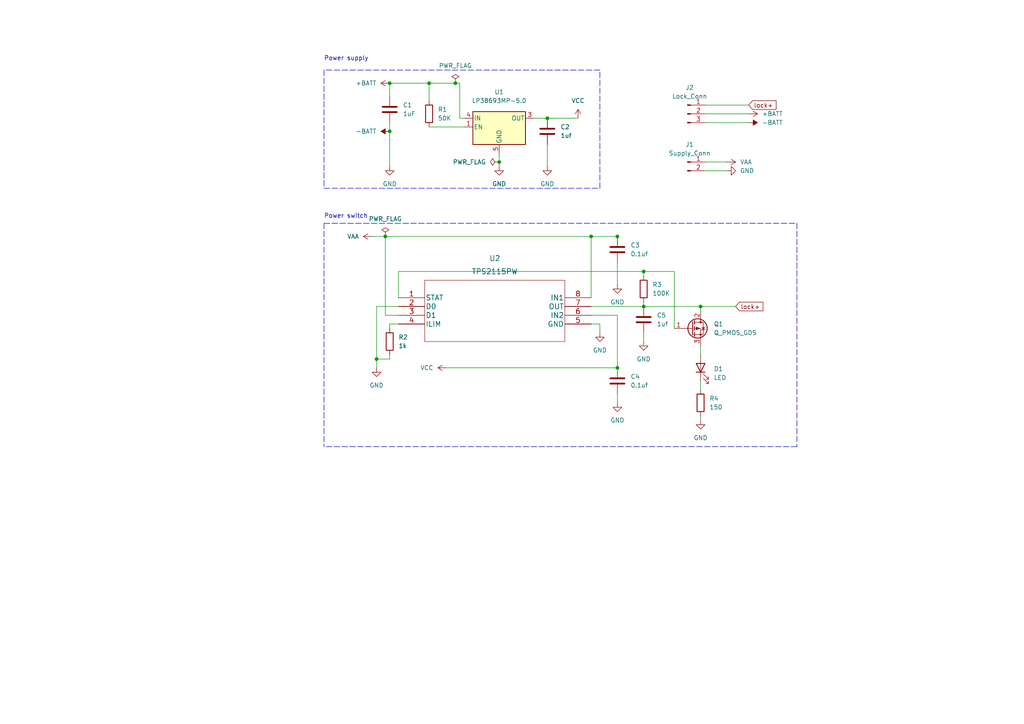
<source format=kicad_sch>
(kicad_sch (version 20211123) (generator eeschema)
  (paper "A4")
  (lib_symbols
    (symbol "Connector:Conn_01x02_Male" (pin_names (offset 1.016) hide)
      (property "Reference" "J" (at 0 2.54 0))
      (property "Value" "Conn_01x02_Male" (at 0 -5.08 0))
      (symbol "Conn_01x02_Male_1_1"
        (polyline (pts (xy 1.27 -2.54) (xy 0.8636 -2.54)) (stroke (width 0.1524)))
        (polyline (pts (xy 1.27 0) (xy 0.8636 0)) (stroke (width 0.1524)))
        (rectangle (start 0.8636 -2.413) (end 0 -2.667) (stroke (width 0.1524)) (fill (type outline)))
        (rectangle (start 0.8636 0.127) (end 0 -0.127) (stroke (width 0.1524)) (fill (type outline)))
        (pin passive line (at 5.08 0 180) (length 3.81) (name "Pin_1") (number "1"))
        (pin passive line (at 5.08 -2.54 180) (length 3.81) (name "Pin_2") (number "2"))
      )
    )
    (symbol "Connector:Conn_01x03_Male" (pin_names (offset 1.016) hide)
      (property "Reference" "J" (at 0 5.08 0))
      (property "Value" "Conn_01x03_Male" (at 0 -5.08 0))
      (symbol "Conn_01x03_Male_1_1"
        (polyline (pts (xy 1.27 -2.54) (xy 0.8636 -2.54)) (stroke (width 0.1524)))
        (polyline (pts (xy 1.27 0) (xy 0.8636 0)) (stroke (width 0.1524)))
        (polyline (pts (xy 1.27 2.54) (xy 0.8636 2.54)) (stroke (width 0.1524)))
        (rectangle (start 0.8636 -2.413) (end 0 -2.667) (stroke (width 0.1524)) (fill (type outline)))
        (rectangle (start 0.8636 0.127) (end 0 -0.127) (stroke (width 0.1524)) (fill (type outline)))
        (rectangle (start 0.8636 2.667) (end 0 2.413) (stroke (width 0.1524)) (fill (type outline)))
        (pin passive line (at 5.08 2.54 180) (length 3.81) (name "Pin_1") (number "1"))
        (pin passive line (at 5.08 0 180) (length 3.81) (name "Pin_2") (number "2"))
        (pin passive line (at 5.08 -2.54 180) (length 3.81) (name "Pin_3") (number "3"))
      )
    )
    (symbol "Device:C" (pin_numbers hide) (pin_names (offset 0.254))
      (property "Reference" "C" (at 0.635 2.54 0))
      (property "Value" "C" (at 0.635 -2.54 0))
      (symbol "C_0_1"
        (polyline (pts (xy -2.032 -0.762) (xy 2.032 -0.762)) (stroke (width 0.508)))
        (polyline (pts (xy -2.032 0.762) (xy 2.032 0.762)) (stroke (width 0.508)))
      )
      (symbol "C_1_1"
        (pin passive line (at 0 3.81 270) (length 2.794) (name "~") (number "1"))
        (pin passive line (at 0 -3.81 90) (length 2.794) (name "~") (number "2"))
      )
    )
    (symbol "Device:LED" (pin_numbers hide) (pin_names (offset 1.016) hide)
      (property "Reference" "D" (at 0 2.54 0))
      (property "Value" "LED" (at 0 -2.54 0))
      (symbol "LED_0_1"
        (polyline (pts (xy -1.27 -1.27) (xy -1.27 1.27)) (stroke (width 0.254)))
        (polyline (pts (xy -1.27 0) (xy 1.27 0)))
        (polyline (pts (xy 1.27 -1.27) (xy 1.27 1.27) (xy -1.27 0) (xy 1.27 -1.27)) (stroke (width 0.254)))
        (polyline (pts (xy -3.048 -0.762) (xy -4.572 -2.286) (xy -3.81 -2.286) (xy -4.572 -2.286) (xy -4.572 -1.524)))
        (polyline (pts (xy -1.778 -0.762) (xy -3.302 -2.286) (xy -2.54 -2.286) (xy -3.302 -2.286) (xy -3.302 -1.524)))
      )
      (symbol "LED_1_1"
        (pin passive line (at -3.81 0 0) (length 2.54) (name "K") (number "1"))
        (pin passive line (at 3.81 0 180) (length 2.54) (name "A") (number "2"))
      )
    )
    (symbol "Device:Q_PMOS_GDS" (pin_names (offset 0) hide)
      (property "Reference" "Q" (at 5.08 1.27 0))
      (property "Value" "Q_PMOS_GDS" (at 5.08 -1.27 0))
      (symbol "Q_PMOS_GDS_0_1"
        (polyline (pts (xy 0.254 0) (xy -2.54 0)))
        (polyline (pts (xy 0.254 1.905) (xy 0.254 -1.905)) (stroke (width 0.254)))
        (polyline (pts (xy 0.762 -1.27) (xy 0.762 -2.286)) (stroke (width 0.254)))
        (polyline (pts (xy 0.762 0.508) (xy 0.762 -0.508)) (stroke (width 0.254)))
        (polyline (pts (xy 0.762 2.286) (xy 0.762 1.27)) (stroke (width 0.254)))
        (polyline (pts (xy 2.54 2.54) (xy 2.54 1.778)))
        (polyline (pts (xy 2.54 -2.54) (xy 2.54 0) (xy 0.762 0)))
        (polyline (pts (xy 0.762 1.778) (xy 3.302 1.778) (xy 3.302 -1.778) (xy 0.762 -1.778)))
        (polyline (pts (xy 2.286 0) (xy 1.27 0.381) (xy 1.27 -0.381) (xy 2.286 0)) (fill (type outline)))
        (polyline (pts (xy 2.794 -0.508) (xy 2.921 -0.381) (xy 3.683 -0.381) (xy 3.81 -0.254)))
        (polyline (pts (xy 3.302 -0.381) (xy 2.921 0.254) (xy 3.683 0.254) (xy 3.302 -0.381)))
        (circle (center 1.651 0) (radius 2.794) (stroke (width 0.254)))
        (circle (center 2.54 -1.778) (radius 0.254) (fill (type outline)))
        (circle (center 2.54 1.778) (radius 0.254) (fill (type outline)))
      )
      (symbol "Q_PMOS_GDS_1_1"
        (pin input line (at -5.08 0 0) (length 2.54) (name "G") (number "1"))
        (pin passive line (at 2.54 5.08 270) (length 2.54) (name "D") (number "2"))
        (pin passive line (at 2.54 -5.08 90) (length 2.54) (name "S") (number "3"))
      )
    )
    (symbol "Device:R" (pin_numbers hide) (pin_names (offset 0))
      (property "Reference" "R" (at 2.032 0 90))
      (property "Value" "R" (at 0 0 90))
      (symbol "R_0_1"
        (rectangle (start -1.016 -2.54) (end 1.016 2.54) (stroke (width 0.254)))
      )
      (symbol "R_1_1"
        (pin passive line (at 0 3.81 270) (length 1.27) (name "~") (number "1"))
        (pin passive line (at 0 -3.81 90) (length 1.27) (name "~") (number "2"))
      )
    )
    (symbol "Regulator_Linear:LP38693MP-5.0" (pin_names (offset 0.254))
      (property "Reference" "U" (at -6.35 5.715 0))
      (property "Value" "LP38693MP-5.0" (at 0 5.715 0))
      (symbol "LP38693MP-5.0_0_1"
        (rectangle (start -7.62 -5.08) (end 7.62 4.445) (stroke (width 0.254)) (fill (type background)))
      )
      (symbol "LP38693MP-5.0_1_1"
        (pin input line (at -10.16 0 0) (length 2.54) (name "EN") (number "1"))
        (pin no_connect line (at 7.62 0 180) (length 2.54) hide (name "NC") (number "2"))
        (pin power_out line (at 10.16 2.54 180) (length 2.54) (name "OUT") (number "3"))
        (pin power_in line (at -10.16 2.54 0) (length 2.54) (name "IN") (number "4"))
        (pin power_in line (at 0 -7.62 90) (length 2.54) (name "GND") (number "5"))
      )
    )
    (symbol "TPS2115:TPS2115PW" (pin_names (offset 0.254))
      (property "Reference" "U" (at 27.94 10.16 0))
      (property "Value" "TPS2115PW" (at 27.94 7.62 0))
      (symbol "TPS2115PW_1_1"
        (polyline (pts (xy 7.62 -12.7) (xy 48.26 -12.7)) (stroke (width 0.127)))
        (polyline (pts (xy 7.62 5.08) (xy 7.62 -12.7)) (stroke (width 0.127)))
        (polyline (pts (xy 48.26 -12.7) (xy 48.26 5.08)) (stroke (width 0.127)))
        (polyline (pts (xy 48.26 5.08) (xy 7.62 5.08)) (stroke (width 0.127)))
        (pin output line (at 0 0 0) (length 7.62) (name "STAT") (number "1"))
        (pin input line (at 0 -2.54 0) (length 7.62) (name "D0") (number "2"))
        (pin input line (at 0 -5.08 0) (length 7.62) (name "D1") (number "3"))
        (pin input line (at 0 -7.62 0) (length 7.62) (name "ILIM") (number "4"))
        (pin power_in line (at 55.88 -7.62 180) (length 7.62) (name "GND") (number "5"))
        (pin input line (at 55.88 -5.08 180) (length 7.62) (name "IN2") (number "6"))
        (pin output line (at 55.88 -2.54 180) (length 7.62) (name "OUT") (number "7"))
        (pin input line (at 55.88 0 180) (length 7.62) (name "IN1") (number "8"))
      )
    )
    (symbol "power:+BATT" (power) (pin_names (offset 0))
      (property "Value" "+BATT" (at 0 3.556 0))
      (symbol "+BATT_0_1"
        (polyline (pts (xy -0.762 1.27) (xy 0 2.54)))
        (polyline (pts (xy 0 0) (xy 0 2.54)))
        (polyline (pts (xy 0 2.54) (xy 0.762 1.27)))
      )
      (symbol "+BATT_1_1"
        (pin power_in line (at 0 0 90) (length 0) hide (name "+BATT") (number "1"))
      )
    )
    (symbol "power:-BATT" (power) (pin_names (offset 0))
      (property "Value" "-BATT" (at 0 3.556 0))
      (symbol "-BATT_0_1"
        (polyline (pts (xy 0 0) (xy 0 2.54)))
        (polyline (pts (xy 0.762 1.27) (xy -0.762 1.27) (xy 0 2.54) (xy 0.762 1.27)) (fill (type outline)))
      )
      (symbol "-BATT_1_1"
        (pin power_in line (at 0 0 90) (length 0) hide (name "-BATT") (number "1"))
      )
    )
    (symbol "power:GND" (power) (pin_names (offset 0))
      (property "Value" "GND" (at 0 -3.81 0))
      (symbol "GND_0_1"
        (polyline (pts (xy 0 0) (xy 0 -1.27) (xy 1.27 -1.27) (xy 0 -2.54) (xy -1.27 -1.27) (xy 0 -1.27)))
      )
      (symbol "GND_1_1"
        (pin power_in line (at 0 0 270) (length 0) hide (name "GND") (number "1"))
      )
    )
    (symbol "power:PWR_FLAG" (power) (pin_numbers hide) (pin_names (offset 0) hide)
      (property "Value" "PWR_FLAG" (at 0 3.81 0))
      (symbol "PWR_FLAG_0_0"
        (pin power_out line (at 0 0 90) (length 0) (name "pwr") (number "1"))
      )
      (symbol "PWR_FLAG_0_1"
        (polyline (pts (xy 0 0) (xy 0 1.27) (xy -1.016 1.905) (xy 0 2.54) (xy 1.016 1.905) (xy 0 1.27)))
      )
    )
    (symbol "power:VAA" (power) (pin_names (offset 0))
      (property "Value" "VAA" (at 0 3.81 0))
      (symbol "VAA_0_1"
        (polyline (pts (xy -0.762 1.27) (xy 0 2.54)))
        (polyline (pts (xy 0 0) (xy 0 2.54)))
        (polyline (pts (xy 0 2.54) (xy 0.762 1.27)))
      )
      (symbol "VAA_1_1"
        (pin power_in line (at 0 0 90) (length 0) hide (name "VAA") (number "1"))
      )
    )
    (symbol "power:VCC" (power) (pin_names (offset 0))
      (property "Value" "VCC" (at 0 3.81 0))
      (symbol "VCC_0_1"
        (polyline (pts (xy -0.762 1.27) (xy 0 2.54)))
        (polyline (pts (xy 0 0) (xy 0 2.54)))
        (polyline (pts (xy 0 2.54) (xy 0.762 1.27)))
      )
      (symbol "VCC_1_1"
        (pin power_in line (at 0 0 90) (length 0) hide (name "VCC") (number "1"))
      )
    )
  )
  (junction (at 144.78 46.99))
  (junction (at 109.22 104.14))
  (junction (at 186.69 88.9))
  (junction (at 179.07 68.58))
  (junction (at 113.03 38.1))
  (junction (at 132.08 24.13))
  (junction (at 124.46 24.13))
  (junction (at 111.76 68.58))
  (junction (at 203.2 88.9))
  (junction (at 179.07 106.68))
  (junction (at 186.69 78.74))
  (junction (at 113.03 24.13))
  (junction (at 171.45 68.58))
  (junction (at 158.75 34.29))
  (wire (pts (xy 203.2 120.65) (xy 203.2 121.92)))
  (wire (pts (xy 186.69 78.74) (xy 195.58 78.74)))
  (wire (pts (xy 203.2 88.9) (xy 203.2 90.17)))
  (wire (pts (xy 171.45 68.58) (xy 171.45 86.36)))
  (wire (pts (xy 144.78 46.99) (xy 144.78 48.26)))
  (wire (pts (xy 113.03 38.1) (xy 113.03 48.26)))
  (wire (pts (xy 132.08 24.13) (xy 124.46 24.13)))
  (wire (pts (xy 203.2 100.33) (xy 203.2 102.87)))
  (wire (pts (xy 154.94 34.29) (xy 158.75 34.29)))
  (wire (pts (xy 133.35 24.13) (xy 132.08 24.13)))
  (wire (pts (xy 113.03 104.14) (xy 109.22 104.14)))
  (wire (pts (xy 124.46 24.13) (xy 113.03 24.13)))
  (wire (pts (xy 109.22 104.14) (xy 109.22 106.68)))
  (wire (pts (xy 109.22 88.9) (xy 109.22 104.14)))
  (polyline (pts (xy 93.98 64.77) (xy 93.98 129.54)))
  (wire (pts (xy 134.62 34.29) (xy 133.35 34.29)))
  (wire (pts (xy 179.07 76.2) (xy 179.07 82.55)))
  (wire (pts (xy 204.47 46.99) (xy 210.82 46.99)))
  (wire (pts (xy 171.45 91.44) (xy 179.07 91.44)))
  (wire (pts (xy 179.07 91.44) (xy 179.07 106.68)))
  (wire (pts (xy 171.45 93.98) (xy 173.99 93.98)))
  (wire (pts (xy 115.57 78.74) (xy 186.69 78.74)))
  (wire (pts (xy 186.69 87.63) (xy 186.69 88.9)))
  (wire (pts (xy 179.07 71.12) (xy 179.07 68.58)))
  (wire (pts (xy 111.76 68.58) (xy 111.76 91.44)))
  (wire (pts (xy 115.57 93.98) (xy 113.03 93.98)))
  (wire (pts (xy 203.2 88.9) (xy 213.36 88.9)))
  (polyline (pts (xy 93.98 20.32) (xy 93.98 54.61)))
  (wire (pts (xy 124.46 24.13) (xy 124.46 29.21)))
  (wire (pts (xy 115.57 86.36) (xy 115.57 78.74)))
  (wire (pts (xy 115.57 88.9) (xy 109.22 88.9)))
  (wire (pts (xy 186.69 78.74) (xy 186.69 80.01)))
  (wire (pts (xy 111.76 68.58) (xy 171.45 68.58)))
  (wire (pts (xy 171.45 88.9) (xy 186.69 88.9)))
  (wire (pts (xy 113.03 102.87) (xy 113.03 104.14)))
  (wire (pts (xy 204.47 30.48) (xy 217.17 30.48)))
  (wire (pts (xy 195.58 78.74) (xy 195.58 95.25)))
  (wire (pts (xy 107.95 68.58) (xy 111.76 68.58)))
  (wire (pts (xy 129.54 106.68) (xy 179.07 106.68)))
  (wire (pts (xy 113.03 35.56) (xy 113.03 38.1)))
  (wire (pts (xy 204.47 35.56) (xy 217.17 35.56)))
  (polyline (pts (xy 93.98 64.77) (xy 231.14 64.77)))
  (wire (pts (xy 124.46 36.83) (xy 134.62 36.83)))
  (polyline (pts (xy 231.14 64.77) (xy 231.14 129.54)))
  (wire (pts (xy 203.2 110.49) (xy 203.2 113.03)))
  (wire (pts (xy 133.35 34.29) (xy 133.35 24.13)))
  (polyline (pts (xy 231.14 129.54) (xy 93.98 129.54)))
  (wire (pts (xy 171.45 68.58) (xy 179.07 68.58)))
  (wire (pts (xy 204.47 33.02) (xy 217.17 33.02)))
  (wire (pts (xy 179.07 114.3) (xy 179.07 116.84)))
  (wire (pts (xy 158.75 34.29) (xy 167.64 34.29)))
  (wire (pts (xy 173.99 93.98) (xy 173.99 96.52)))
  (wire (pts (xy 113.03 93.98) (xy 113.03 95.25)))
  (wire (pts (xy 186.69 88.9) (xy 203.2 88.9)))
  (polyline (pts (xy 173.99 54.61) (xy 173.99 20.32)))
  (wire (pts (xy 144.78 44.45) (xy 144.78 46.99)))
  (wire (pts (xy 186.69 96.52) (xy 186.69 99.06)))
  (wire (pts (xy 115.57 91.44) (xy 111.76 91.44)))
  (polyline (pts (xy 93.98 54.61) (xy 173.99 54.61)))
  (wire (pts (xy 204.47 49.53) (xy 210.82 49.53)))
  (wire (pts (xy 113.03 24.13) (xy 113.03 27.94)))
  (wire (pts (xy 158.75 41.91) (xy 158.75 48.26)))
  (polyline (pts (xy 173.99 20.32) (xy 93.98 20.32)))
  (text "Power switch" (at 93.98 63.5 0) (effects (font (size 1.27 1.27)) (justify left bottom)))
  (text "Power supply" (at 93.98 17.78 0) (effects (font (size 1.27 1.27)) (justify left bottom)))
  (global_label "lock+" (shape input) (at 213.36 88.9 0) (property "Intersheet References" "${INTERSHEET_REFS}" (effects hide)))
  (global_label "lock+" (shape input) (at 217.17 30.48 0) (property "Intersheet References" "${INTERSHEET_REFS}" (effects hide)))
  (symbol (lib_id "power:VCC") (at 129.54 106.68 90) (unit 1)
    (property "Reference" "#PWR0110" (effects hide))
    (property "Value" "VCC" (at 125.73 106.6799 90) (effects (justify left)))
  )
  (symbol (lib_id "power:+BATT") (at 113.03 24.13 90) (unit 1)
    (property "Reference" "#PWR01" (effects hide))
    (property "Value" "+BATT" (at 109.22 24.1299 90) (effects (justify left)))
  )
  (symbol (lib_id "power:PWR_FLAG") (at 132.08 24.13 0) (unit 1)
    (property "Reference" "#FLG0101" (effects hide))
    (property "Value" "PWR_FLAG" (at 132.08 19.05 0))
  )
  (symbol (lib_id "Device:C") (at 113.03 31.75 0) (unit 1)
    (property "Reference" "C1" (at 116.84 30.4799 0) (effects (justify left)))
    (property "Value" "1uF" (at 116.84 33.0199 0) (effects (justify left)))
    (property "Footprint" "Capacitor_SMD:C_0805_2012Metric" (effects hide))
  )
  (symbol (lib_id "power:-BATT") (at 217.17 35.56 270) (unit 1)
    (property "Reference" "#PWR0113" (effects hide))
    (property "Value" "-BATT" (at 220.98 35.5599 90) (effects (justify left)))
  )
  (symbol (lib_id "Device:C") (at 179.07 72.39 0) (unit 1)
    (property "Reference" "C3" (at 182.88 71.1199 0) (effects (justify left)))
    (property "Value" "0.1uf" (at 182.88 73.6599 0) (effects (justify left)))
    (property "Footprint" "Capacitor_SMD:C_0805_2012Metric" (effects hide))
  )
  (symbol (lib_id "Connector:Conn_01x03_Male") (at 199.39 33.02 0) (unit 1)
    (property "Reference" "J2" (at 200.025 25.4 0))
    (property "Value" "Lock_Conn" (at 200.025 27.94 0))
    (property "Footprint" "Connector_PinHeader_1.00mm:PinHeader_1x02_P1.00mm_Horizontal" (effects hide))
  )
  (symbol (lib_id "Device:C") (at 158.75 38.1 0) (unit 1)
    (property "Reference" "C2" (at 162.56 36.8299 0) (effects (justify left)))
    (property "Value" "1uf" (at 162.56 39.3699 0) (effects (justify left)))
    (property "Footprint" "Capacitor_SMD:C_0805_2012Metric" (effects hide))
  )
  (symbol (lib_id "power:VAA") (at 210.82 46.99 270) (unit 1)
    (property "Reference" "#PWR0114" (effects hide))
    (property "Value" "VAA" (at 214.63 46.9901 90) (effects (justify left)))
  )
  (symbol (lib_id "power:GND") (at 186.69 99.06 0) (unit 1)
    (property "Reference" "#PWR0105" (effects hide))
    (property "Value" "GND" (at 186.69 104.14 0))
  )
  (symbol (lib_id "power:GND") (at 109.22 106.68 0) (unit 1)
    (property "Reference" "#PWR0111" (effects hide))
    (property "Value" "GND" (at 109.22 111.76 0))
  )
  (symbol (lib_id "power:GND") (at 158.75 48.26 0) (unit 1)
    (property "Reference" "#PWR0102" (effects hide))
    (property "Value" "GND" (at 158.75 53.34 0))
  )
  (symbol (lib_id "power:GND") (at 113.03 48.26 0) (unit 1)
    (property "Reference" "#PWR0101" (effects hide))
    (property "Value" "GND" (at 113.03 53.34 0))
  )
  (symbol (lib_id "Device:C") (at 186.69 92.71 0) (unit 1)
    (property "Reference" "C5" (at 190.5 91.4399 0) (effects (justify left)))
    (property "Value" "1uf" (at 190.5 93.9799 0) (effects (justify left)))
    (property "Footprint" "Capacitor_SMD:C_1210_3225Metric" (effects hide))
  )
  (symbol (lib_id "power:GND") (at 179.07 116.84 0) (unit 1)
    (property "Reference" "#PWR0109" (effects hide))
    (property "Value" "GND" (at 179.07 121.92 0))
  )
  (symbol (lib_id "power:GND") (at 179.07 82.55 0) (unit 1)
    (property "Reference" "#PWR0107" (effects hide))
    (property "Value" "GND" (at 179.07 87.63 0))
  )
  (symbol (lib_id "power:+BATT") (at 217.17 33.02 270) (unit 1)
    (property "Reference" "#PWR0112" (effects hide))
    (property "Value" "+BATT" (at 220.98 33.0199 90) (effects (justify left)))
  )
  (symbol (lib_id "Regulator_Linear:LP38693MP-5.0") (at 144.78 36.83 0) (unit 1)
    (property "Reference" "U1" (at 144.78 26.67 0))
    (property "Value" "LP38693MP-5.0" (at 144.78 29.21 0))
    (property "Footprint" "Package_TO_SOT_SMD:SOT-223-5" (effects hide))
    (property "Datasheet" "https://www.ti.com/lit/ds/symlink/lp38693.pdf" (effects hide))
  )
  (symbol (lib_id "Device:C") (at 179.07 110.49 0) (unit 1)
    (property "Reference" "C4" (at 182.88 109.2199 0) (effects (justify left)))
    (property "Value" "0.1uf" (at 182.88 111.7599 0) (effects (justify left)))
    (property "Footprint" "Capacitor_SMD:C_0805_2012Metric" (effects hide))
  )
  (symbol (lib_id "power:GND") (at 144.78 48.26 0) (unit 1)
    (property "Reference" "#PWR0104" (effects hide))
    (property "Value" "GND" (at 144.78 53.34 0))
  )
  (symbol (lib_id "power:GND") (at 173.99 96.52 0) (unit 1)
    (property "Reference" "#PWR0106" (effects hide))
    (property "Value" "GND" (at 173.99 101.6 0))
  )
  (symbol (lib_id "power:-BATT") (at 113.03 38.1 90) (unit 1)
    (property "Reference" "#PWR0103" (effects hide))
    (property "Value" "-BATT" (at 109.22 38.0999 90) (effects (justify left)))
  )
  (symbol (lib_id "power:GND") (at 203.2 121.92 0) (unit 1)
    (property "Reference" "#PWR0108" (effects hide))
    (property "Value" "GND" (at 203.2 127 0))
  )
  (symbol (lib_id "Device:R") (at 186.69 83.82 0) (unit 1)
    (property "Reference" "R3" (at 189.23 82.5499 0) (effects (justify left)))
    (property "Value" "100K" (at 189.23 85.0899 0) (effects (justify left)))
    (property "Footprint" "Resistor_SMD:R_0805_2012Metric" (effects hide))
  )
  (symbol (lib_id "power:PWR_FLAG") (at 144.78 46.99 90) (unit 1)
    (property "Reference" "#FLG0102" (effects hide))
    (property "Value" "PWR_FLAG" (at 140.97 46.9899 90) (effects (justify left)))
  )
  (symbol (lib_id "Device:R") (at 113.03 99.06 0) (unit 1)
    (property "Reference" "R2" (at 115.57 97.7899 0) (effects (justify left)))
    (property "Value" "1k" (at 115.57 100.3299 0) (effects (justify left)))
    (property "Footprint" "Resistor_SMD:R_0805_2012Metric" (effects hide))
  )
  (symbol (lib_id "Device:LED") (at 203.2 106.68 90) (unit 1)
    (property "Reference" "D1" (at 207.01 106.9974 90) (effects (justify right)))
    (property "Value" "LED" (at 207.01 109.5374 90) (effects (justify right)))
    (property "Footprint" "LED_SMD:LED_0805_2012Metric" (effects hide))
  )
  (symbol (lib_id "Device:R") (at 124.46 33.02 0) (unit 1)
    (property "Reference" "R1" (at 127 31.7499 0) (effects (justify left)))
    (property "Value" "50K" (at 127 34.2899 0) (effects (justify left)))
    (property "Footprint" "Resistor_SMD:R_0805_2012Metric" (effects hide))
  )
  (symbol (lib_id "Connector:Conn_01x02_Male") (at 199.39 46.99 0) (unit 1)
    (property "Reference" "J1" (at 200.025 41.91 0))
    (property "Value" "Supply_Conn" (at 200.025 44.45 0))
    (property "Footprint" "Connector_PinHeader_1.00mm:PinHeader_1x03_P1.00mm_Horizontal" (effects hide))
  )
  (symbol (lib_id "power:PWR_FLAG") (at 111.76 68.58 0) (unit 1)
    (property "Reference" "#FLG01" (effects hide))
    (property "Value" "PWR_FLAG" (at 111.76 63.5 0))
  )
  (symbol (lib_id "Device:R") (at 203.2 116.84 0) (unit 1)
    (property "Reference" "R4" (at 205.74 115.5699 0) (effects (justify left)))
    (property "Value" "150" (at 205.74 118.1099 0) (effects (justify left)))
    (property "Footprint" "Resistor_SMD:R_0805_2012Metric" (effects hide))
  )
  (symbol (lib_id "TPS2115:TPS2115PW") (at 115.57 86.36 0) (unit 1)
    (property "Reference" "U2" (at 143.51 74.93 0) (effects (font (size 1.524 1.524))))
    (property "Value" "TPS2115PW" (at 143.51 78.74 0) (effects (font (size 1.524 1.524))))
    (property "Footprint" "TPS2115:TPS2115" (effects hide))
  )
  (symbol (lib_id "Device:Q_PMOS_GDS") (at 200.66 95.25 0) (unit 1)
    (property "Reference" "Q1" (at 207.01 93.9799 0) (effects (justify left)))
    (property "Value" "Q_PMOS_GDS" (at 207.01 96.5199 0) (effects (justify left)))
    (property "Footprint" "Package_TO_SOT_SMD:SOT-23" (effects hide))
  )
  (symbol (lib_id "power:VCC") (at 167.64 34.29 0) (unit 1)
    (property "Reference" "#PWR03" (effects hide))
    (property "Value" "VCC" (at 167.64 29.21 0))
  )
  (symbol (lib_id "power:GND") (at 210.82 49.53 90) (unit 1)
    (property "Reference" "#PWR0115" (effects hide))
    (property "Value" "GND" (at 214.63 49.5299 90) (effects (justify right)))
  )
  (symbol (lib_id "power:VAA") (at 107.95 68.58 90) (unit 1)
    (property "Reference" "#PWR02" (effects hide))
    (property "Value" "VAA" (at 104.14 68.5799 90) (effects (justify left)))
  )
)
</source>
